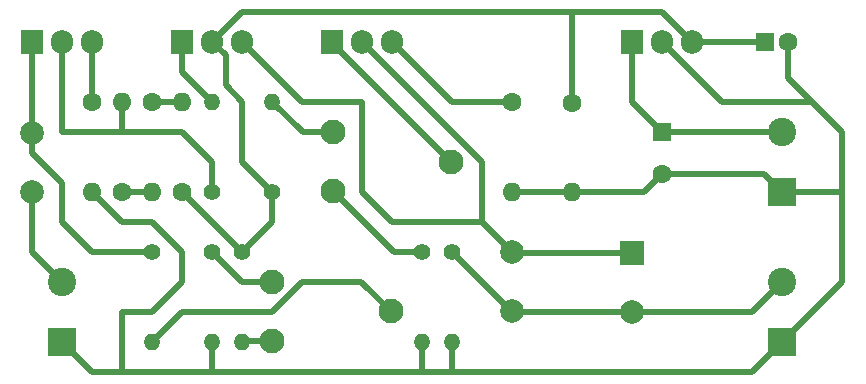
<source format=gbl>
G04 #@! TF.GenerationSoftware,KiCad,Pcbnew,7.0.5*
G04 #@! TF.CreationDate,2023-06-03T16:25:11+02:00*
G04 #@! TF.ProjectId,avt2464,61767432-3436-4342-9e6b-696361645f70,rev?*
G04 #@! TF.SameCoordinates,Original*
G04 #@! TF.FileFunction,Copper,L2,Bot*
G04 #@! TF.FilePolarity,Positive*
%FSLAX46Y46*%
G04 Gerber Fmt 4.6, Leading zero omitted, Abs format (unit mm)*
G04 Created by KiCad (PCBNEW 7.0.5) date 2023-06-03 16:25:11*
%MOMM*%
%LPD*%
G01*
G04 APERTURE LIST*
G04 #@! TA.AperFunction,ComponentPad*
%ADD10C,1.400000*%
G04 #@! TD*
G04 #@! TA.AperFunction,ComponentPad*
%ADD11O,1.400000X1.400000*%
G04 #@! TD*
G04 #@! TA.AperFunction,ComponentPad*
%ADD12C,1.600000*%
G04 #@! TD*
G04 #@! TA.AperFunction,ComponentPad*
%ADD13O,1.600000X1.600000*%
G04 #@! TD*
G04 #@! TA.AperFunction,ComponentPad*
%ADD14C,2.100000*%
G04 #@! TD*
G04 #@! TA.AperFunction,ComponentPad*
%ADD15C,2.000000*%
G04 #@! TD*
G04 #@! TA.AperFunction,ComponentPad*
%ADD16R,2.400000X2.400000*%
G04 #@! TD*
G04 #@! TA.AperFunction,ComponentPad*
%ADD17C,2.400000*%
G04 #@! TD*
G04 #@! TA.AperFunction,ComponentPad*
%ADD18R,1.600000X1.600000*%
G04 #@! TD*
G04 #@! TA.AperFunction,ComponentPad*
%ADD19R,1.905000X2.000000*%
G04 #@! TD*
G04 #@! TA.AperFunction,ComponentPad*
%ADD20O,1.905000X2.000000*%
G04 #@! TD*
G04 #@! TA.AperFunction,ComponentPad*
%ADD21R,2.000000X2.000000*%
G04 #@! TD*
G04 #@! TA.AperFunction,Conductor*
%ADD22C,0.500000*%
G04 #@! TD*
G04 APERTURE END LIST*
D10*
X45720000Y-40640000D03*
D11*
X45720000Y-48260000D03*
D12*
X38100000Y-27940000D03*
D13*
X38100000Y-35560000D03*
D12*
X73660000Y-28060000D03*
D13*
X73660000Y-35560000D03*
D14*
X48260000Y-43180000D03*
X48260000Y-48180000D03*
X58260000Y-45680000D03*
D15*
X27940000Y-35560000D03*
X27940000Y-30560000D03*
D10*
X43180000Y-40640000D03*
D11*
X43180000Y-48260000D03*
D12*
X40640000Y-35560000D03*
D13*
X40640000Y-27940000D03*
D10*
X43180000Y-35560000D03*
D11*
X43180000Y-27940000D03*
D12*
X68580000Y-27940000D03*
D13*
X68580000Y-35560000D03*
D16*
X30480000Y-48260000D03*
D17*
X30480000Y-43180000D03*
D18*
X81280000Y-30520000D03*
D12*
X81280000Y-34020000D03*
X35560000Y-35560000D03*
D13*
X35560000Y-27940000D03*
D10*
X48260000Y-35560000D03*
D11*
X48260000Y-27940000D03*
D16*
X91440000Y-48260000D03*
D17*
X91440000Y-43180000D03*
D19*
X27940000Y-22860000D03*
D20*
X30480000Y-22860000D03*
X33020000Y-22860000D03*
D15*
X68580000Y-40640000D03*
X68580000Y-45640000D03*
D16*
X91440000Y-35560000D03*
D17*
X91440000Y-30480000D03*
D12*
X33020000Y-27940000D03*
D13*
X33020000Y-35560000D03*
D19*
X53340000Y-22860000D03*
D20*
X55880000Y-22860000D03*
X58420000Y-22860000D03*
D19*
X40640000Y-22860000D03*
D20*
X43180000Y-22860000D03*
X45720000Y-22860000D03*
D10*
X63500000Y-40640000D03*
D11*
X63500000Y-48260000D03*
D18*
X89940000Y-22860000D03*
D12*
X91940000Y-22860000D03*
D10*
X38100000Y-40640000D03*
D11*
X38100000Y-48260000D03*
D14*
X53420000Y-30520000D03*
X53420000Y-35520000D03*
X63420000Y-33020000D03*
D21*
X78740000Y-40720000D03*
D15*
X78740000Y-45720000D03*
D10*
X60960000Y-40640000D03*
D11*
X60960000Y-48260000D03*
D19*
X78740000Y-22860000D03*
D20*
X81280000Y-22860000D03*
X83820000Y-22860000D03*
D22*
X30480000Y-34787767D02*
X30480000Y-38100000D01*
X30480000Y-38100000D02*
X33020000Y-40640000D01*
X27940000Y-22860000D02*
X27940000Y-30560000D01*
X27940000Y-30560000D02*
X27940000Y-32247767D01*
X33020000Y-40640000D02*
X38100000Y-40640000D01*
X27940000Y-32247767D02*
X30480000Y-34787767D01*
X43180000Y-33020000D02*
X43180000Y-35560000D01*
X35560000Y-30480000D02*
X35560000Y-27940000D01*
X30480000Y-22860000D02*
X30480000Y-30480000D01*
X30480000Y-30480000D02*
X35560000Y-30480000D01*
X35560000Y-30480000D02*
X40640000Y-30480000D01*
X40640000Y-30480000D02*
X43180000Y-33020000D01*
X33020000Y-22860000D02*
X33020000Y-27940000D01*
X40640000Y-25400000D02*
X43180000Y-27940000D01*
X40640000Y-22860000D02*
X40640000Y-25400000D01*
X43180000Y-22860000D02*
X45720000Y-20320000D01*
X48260000Y-38100000D02*
X45720000Y-40640000D01*
X48260000Y-35560000D02*
X48260000Y-38100000D01*
X89940000Y-22860000D02*
X83820000Y-22860000D01*
X81280000Y-20320000D02*
X83820000Y-22860000D01*
X40640000Y-35560000D02*
X45720000Y-40640000D01*
X73660000Y-28060000D02*
X73660000Y-20320000D01*
X44330000Y-26550000D02*
X45720000Y-27940000D01*
X44330000Y-24010000D02*
X44330000Y-26550000D01*
X45720000Y-33020000D02*
X48260000Y-35560000D01*
X45720000Y-27940000D02*
X45720000Y-33020000D01*
X43180000Y-22860000D02*
X44330000Y-24010000D01*
X45720000Y-20320000D02*
X73660000Y-20320000D01*
X73660000Y-20320000D02*
X81280000Y-20320000D01*
X58420000Y-38100000D02*
X66040000Y-38100000D01*
X55880000Y-22860000D02*
X66040000Y-33020000D01*
X68660000Y-40720000D02*
X68580000Y-40640000D01*
X78740000Y-40720000D02*
X68660000Y-40720000D01*
X55880000Y-27940000D02*
X55880000Y-35560000D01*
X55880000Y-35560000D02*
X58420000Y-38100000D01*
X45720000Y-22860000D02*
X50800000Y-27940000D01*
X66040000Y-38100000D02*
X68580000Y-40640000D01*
X50800000Y-27940000D02*
X55880000Y-27940000D01*
X66040000Y-33020000D02*
X66040000Y-38100000D01*
X53340000Y-22940000D02*
X63420000Y-33020000D01*
X53340000Y-22860000D02*
X53340000Y-22940000D01*
X38100000Y-27940000D02*
X40640000Y-27940000D01*
X35560000Y-35560000D02*
X38100000Y-35560000D01*
X27940000Y-40640000D02*
X30480000Y-43180000D01*
X27940000Y-35560000D02*
X27940000Y-40640000D01*
X68580000Y-45720000D02*
X78740000Y-45720000D01*
X88900000Y-45720000D02*
X91440000Y-43180000D01*
X78740000Y-45720000D02*
X88900000Y-45720000D01*
X63500000Y-40640000D02*
X68580000Y-45720000D01*
X43180000Y-50800000D02*
X60960000Y-50800000D01*
X81280000Y-34020000D02*
X89900000Y-34020000D01*
X40640000Y-40640000D02*
X40640000Y-43180000D01*
X38100000Y-50800000D02*
X43180000Y-50800000D01*
X86360000Y-27940000D02*
X81280000Y-22860000D01*
X35560000Y-38100000D02*
X38100000Y-38100000D01*
X38100000Y-38100000D02*
X40640000Y-40640000D01*
X30480000Y-48260000D02*
X33020000Y-50800000D01*
X88900000Y-50800000D02*
X91440000Y-48260000D01*
X79740000Y-35560000D02*
X81280000Y-34020000D01*
X43180000Y-48260000D02*
X43180000Y-50800000D01*
X35560000Y-38100000D02*
X33020000Y-35560000D01*
X89900000Y-34020000D02*
X91440000Y-35560000D01*
X91440000Y-48260000D02*
X96520000Y-43180000D01*
X63500000Y-50800000D02*
X88900000Y-50800000D01*
X93980000Y-27940000D02*
X86360000Y-27940000D01*
X91940000Y-25900000D02*
X93980000Y-27940000D01*
X96520000Y-30480000D02*
X93980000Y-27940000D01*
X40640000Y-43180000D02*
X38100000Y-45720000D01*
X91940000Y-22860000D02*
X91940000Y-25900000D01*
X35560000Y-50800000D02*
X38100000Y-50800000D01*
X60960000Y-50800000D02*
X63500000Y-50800000D01*
X96520000Y-35560000D02*
X96520000Y-30480000D01*
X38100000Y-45720000D02*
X35560000Y-45720000D01*
X73660000Y-35560000D02*
X79740000Y-35560000D01*
X73660000Y-35560000D02*
X68580000Y-35560000D01*
X60960000Y-48260000D02*
X60960000Y-50800000D01*
X35560000Y-45720000D02*
X35560000Y-50800000D01*
X96520000Y-43180000D02*
X96520000Y-35560000D01*
X91440000Y-35560000D02*
X96520000Y-35560000D01*
X63500000Y-48260000D02*
X63500000Y-50800000D01*
X33020000Y-50800000D02*
X35560000Y-50800000D01*
X91440000Y-30480000D02*
X81280000Y-30480000D01*
X78740000Y-27940000D02*
X78740000Y-22860000D01*
X81280000Y-30480000D02*
X78740000Y-27940000D01*
X63500000Y-27940000D02*
X58420000Y-22860000D01*
X68580000Y-27940000D02*
X63500000Y-27940000D01*
X43180000Y-40640000D02*
X45720000Y-43180000D01*
X45720000Y-43180000D02*
X48260000Y-43180000D01*
X50800000Y-43180000D02*
X55760000Y-43180000D01*
X38100000Y-48260000D02*
X40640000Y-45720000D01*
X48260000Y-45720000D02*
X50800000Y-43180000D01*
X40640000Y-45720000D02*
X48260000Y-45720000D01*
X55760000Y-43180000D02*
X58260000Y-45680000D01*
X48260000Y-48180000D02*
X45800000Y-48180000D01*
X45800000Y-48180000D02*
X45720000Y-48260000D01*
X50840000Y-30520000D02*
X53420000Y-30520000D01*
X48260000Y-27940000D02*
X50840000Y-30520000D01*
X53420000Y-35520000D02*
X58540000Y-40640000D01*
X58540000Y-40640000D02*
X60960000Y-40640000D01*
M02*

</source>
